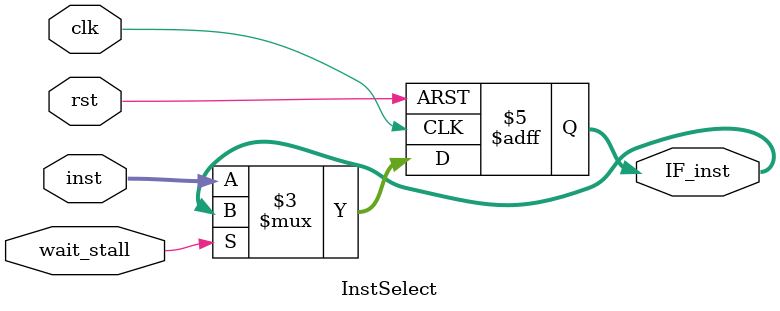
<source format=v>
module InstSelect (
    input clk,
    input rst,
    input wait_stall,
    input [31:0] inst,
    output reg [31:0] IF_inst
);  
    initial begin
        IF_inst = 32'b0;
    end
    always @(posedge clk or negedge rst) begin
        if(!rst) IF_inst <= 32'b0;
        else begin
            IF_inst <= wait_stall ? IF_inst : inst;
        end
    end
endmodule
</source>
